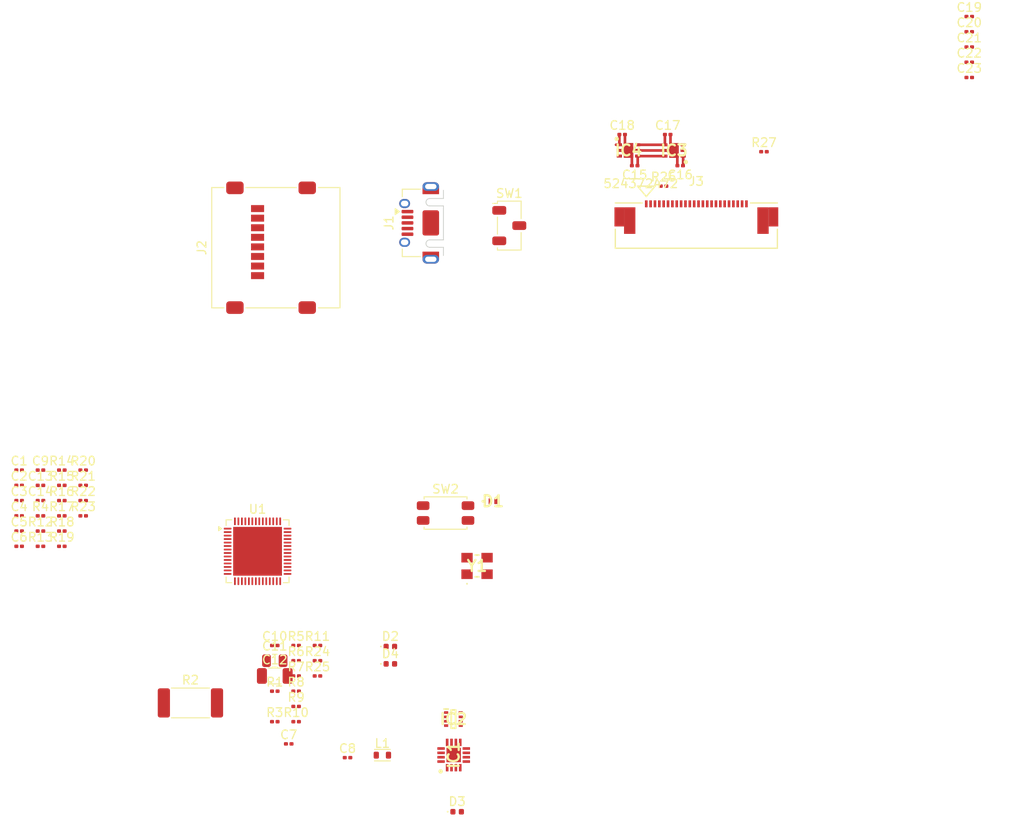
<source format=kicad_pcb>
(kicad_pcb (version 20241229) (generator "pcbnew") (generator_version "9.0")
  (layers (0 "F.Cu" signal) (4 "In1.Cu" signal) (6 "In2.Cu" signal) (2 "B.Cu" signal) (13 "F.Paste" user) (15 "B.Paste" user) (5 "F.SilkS" user "F.Silkscreen") (7 "B.SilkS" user "B.Silkscreen") (1 "F.Mask" user) (3 "B.Mask" user) (25 "Edge.Cuts" user))
  (net 0 "")
  (net 1 "+3V3")
  (net 2 "BQOUT")
  (net 3 "Net-(U1-CHIP_PU{slash}RESET)")
  (net 4 "+5V")
  (net 5 "+BATT")
  (net 6 "Net-(C13-Pad1)")
  (net 7 "XTAL_P")
  (net 8 "Net-(Y1-VDD)")
  (net 9 "Net-(D2-A)")
  (net 10 "PG")
  (net 11 "Net-(D4-A)")
  (net 12 "CHG")
  (net 13 "-BATT")
  (net 15 "USB_N")
  (net 16 "USB_P")
  (net 17 "SD_D3")
  (net 18 "SD_D0")
  (net 19 "SD_D2")
  (net 20 "SD_D1")
  (net 21 "SD_CMD")
  (net 22 "SD_CLK")
  (net 23 "Net-(Y1-OUTPUT)")
  (net 24 "Net-(R14-Pad1)")
  (net 25 "Net-(U1-GPIO46)")
  (net 26 "Net-(U1-GPIO0{slash}BOOT)")
  (net 27 "Net-(U1-GPIO45)")
  (net 34 "Net-(D3-A)")
  (net 39 "Net-(D3-K)")
  (net 42 "Net-(IC1-ILIM)")
  (net 43 "Net-(IC1-BAT_1)")
  (net 47 "Net-(IC1-ISET)")
  (net 52 "Net-(IC1-TMR)")
  (net 53 "Net-(IC1-TS)")
  (net 55 "Net-(IC1-TD)")
  (net 57 "Net-(IC2-FB{slash}VSET)")
  (net 58 "Net-(IC2-SW)")
  (net 60 "Net-(IC2-MODE{slash}S-CONF)")
  (net 69 "XMCLK")
  (net 70 "Net-(J3-Pad6)")
  (net 72 "DVP_Y2")
  (net 73 "Net-(J3-Pad8)")
  (net 74 "DVP_Y6")
  (net 75 "DVP_Y3")
  (net 76 "DVP_Y5")
  (net 77 "I2C_SDA")
  (net 78 "DVP_HREF")
  (net 79 "DVP_Y4")
  (net 80 "DVP_PCLK")
  (net 81 "DVP_Y8")
  (net 82 "DVP_Y9")
  (net 84 "DVP_VSYNC")
  (net 85 "DVP_Y7")
  (net 86 "I2C_SCL")
  (net 89 "+1V5")
  (net 90 "+2V8")
  (footprint "Resistor_SMD:R_0201_0603Metric" (layer "F.Cu") (at 57.025 98.88)
    (property "Reference" "R3" (at 0 -1.05 0) (layer "F.SilkS"))
    (property "Value" "3.05k")
    (pad "1" smd roundrect (at -0.32 0) (size 0.46 0.4) (layers "F.Cu" "F.Mask") (net 55 "Net-(IC1-TD)"))
    (pad "2" smd roundrect (at 0.32 0) (size 0.46 0.4) (layers "F.Cu" "F.Mask") (net 13 "-BATT"))
  )
  (footprint "Capacitor_SMD:C_0201_0603Metric" (layer "F.Cu") (at 27.685 69.99)
    (property "Reference" "C1" (at 0 -1.05 0) (layer "F.SilkS"))
    (property "Value" "10uF")
    (pad "1" smd roundrect (at -0.32 0) (size 0.46 0.4) (layers "F.Cu" "F.Mask") (net 4 "+5V"))
    (pad "2" smd roundrect (at 0.32 0) (size 0.46 0.4) (layers "F.Cu" "F.Mask") (net 13 "-BATT"))
  )
  (footprint "Capacitor_SMD:C_0201_0603Metric" (layer "F.Cu") (at 102.12 31.45)
    (property "Reference" "C17" (at 0 -1.05 0) (layer "F.SilkS"))
    (property "Value" "1uF")
    (pad "1" smd roundrect (at -0.32 0) (size 0.46 0.4) (layers "F.Cu" "F.Mask") (net 1 "+3V3"))
    (pad "2" smd roundrect (at 0.32 0) (size 0.46 0.4) (layers "F.Cu" "F.Mask") (net 13 "-BATT"))
  )
  (footprint "Capacitor_SMD:C_0805_2012Metric" (layer "F.Cu") (at 57.025 91.88)
    (property "Reference" "C11" (at 0 -1.68 0) (layer "F.SilkS"))
    (property "Value" "22uF/6.3V")
    (pad "1" smd roundrect (at -0.95 0) (size 1 1.45) (layers "F.Cu" "F.Mask" "F.Paste") (net 1 "+3V3"))
    (pad "2" smd roundrect (at 0.95 0) (size 1 1.45) (layers "F.Cu" "F.Mask" "F.Paste") (net 13 "-BATT"))
  )
  (footprint "Resistor_SMD:R_0201_0603Metric" (layer "F.Cu") (at 32.585 71.74)
    (property "Reference" "R15" (at 0 -1.05 0) (layer "F.SilkS"))
    (property "Value" "10k")
    (pad "1" smd roundrect (at -0.32 0) (size 0.46 0.4) (layers "F.Cu" "F.Mask") (net 1 "+3V3"))
    (pad "2" smd roundrect (at 0.32 0) (size 0.46 0.4) (layers "F.Cu" "F.Mask") (net 19 "SD_D2"))
  )
  (footprint "Resistor_SMD:R_0201_0603Metric" (layer "F.Cu") (at 61.925 91.88)
    (property "Reference" "R24" (at 0 -1.05 0) (layer "F.SilkS"))
    (property "Value" "1.5k")
    (pad "1" smd roundrect (at -0.32 0) (size 0.46 0.4) (layers "F.Cu" "F.Mask") (net 11 "Net-(D4-A)"))
    (pad "2" smd roundrect (at 0.32 0) (size 0.46 0.4) (layers "F.Cu" "F.Mask") (net 1 "+3V3"))
  )
  (footprint "Capacitor_SMD:C_0201_0603Metric" (layer "F.Cu") (at 27.685 76.99)
    (property "Reference" "C5" (at 0 -1.05 0) (layer "F.SilkS"))
    (property "Value" "0.1uF")
    (pad "1" smd roundrect (at -0.32 0) (size 0.46 0.4) (layers "F.Cu" "F.Mask") (net 1 "+3V3"))
    (pad "2" smd roundrect (at 0.32 0) (size 0.46 0.4) (layers "F.Cu" "F.Mask") (net 13 "-BATT"))
  )
  (footprint "Button_Switch_SMD:SW_SPST_EVQP2_ShortPushTravel_H2.5mm" (layer "F.Cu") (at 76.625 74.92)
    (property "Reference" "SW2" (at 0 -2.75 0) (layer "F.SilkS"))
    (property "Value" "SW_Push")
    (pad "1" smd roundrect (at -2.575 -0.85) (size 1.45 1) (layers "F.Cu" "F.Mask" "F.Paste") (net 26 "Net-(U1-GPIO0{slash}BOOT)"))
    (pad "1" smd roundrect (at 2.575 -0.85) (size 1.45 1) (layers "F.Cu" "F.Mask" "F.Paste") (net 26 "Net-(U1-GPIO0{slash}BOOT)"))
    (pad "2" smd roundrect (at -2.575 0.85) (size 1.45 1) (layers "F.Cu" "F.Mask" "F.Paste") (net 24 "Net-(R14-Pad1)"))
    (pad "2" smd roundrect (at 2.575 0.85) (size 1.45 1) (layers "F.Cu" "F.Mask" "F.Paste") (net 24 "Net-(R14-Pad1)"))
  )
  (footprint "Resistor_SMD:R_0201_0603Metric" (layer "F.Cu") (at 61.925 90.13)
    (property "Reference" "R11" (at 0 -1.05 0) (layer "F.SilkS"))
    (property "Value" "137k")
    (pad "1" smd roundrect (at -0.32 0) (size 0.46 0.4) (layers "F.Cu" "F.Mask") (net 13 "-BATT"))
    (pad "2" smd roundrect (at 0.32 0) (size 0.46 0.4) (layers "F.Cu" "F.Mask") (net 57 "Net-(IC2-FB{slash}VSET)"))
  )
  (footprint "Capacitor_SMD:C_0201_0603Metric" (layer "F.Cu") (at 58.625 101.43)
    (property "Reference" "C7" (at 0 -1.05 0) (layer "F.SilkS"))
    (property "Value" "1uF")
    (pad "1" smd roundrect (at -0.32 0) (size 0.46 0.4) (layers "F.Cu" "F.Mask") (net 5 "+BATT"))
    (pad "2" smd roundrect (at 0.32 0) (size 0.46 0.4) (layers "F.Cu" "F.Mask") (net 13 "-BATT"))
  )
  (footprint "LED_SMD:LED_0402_1005Metric" (layer "F.Cu") (at 70.29 90.25)
    (property "Reference" "D2" (at 0 -1.17 0) (layer "F.SilkS"))
    (property "Value" "LED")
    (pad "1" smd roundrect (at -0.485 0) (size 0.59 0.64) (layers "F.Cu" "F.Mask" "F.Paste") (net 12 "CHG"))
    (pad "2" smd roundrect (at 0.485 0) (size 0.59 0.64) (layers "F.Cu" "F.Mask" "F.Paste") (net 9 "Net-(D2-A)"))
  )
  (footprint "Resistor_SMD:R_0201_0603Metric" (layer "F.Cu") (at 57.025 95.38)
    (property "Reference" "R1" (at 0 -1.05 0) (layer "F.SilkS"))
    (property "Value" "10k")
    (pad "1" smd roundrect (at -0.32 0) (size 0.46 0.4) (layers "F.Cu" "F.Mask") (net 53 "Net-(IC1-TS)"))
    (pad "2" smd roundrect (at 0.32 0) (size 0.46 0.4) (layers "F.Cu" "F.Mask") (net 13 "-BATT"))
  )
  (footprint "Capacitor_SMD:C_0201_0603Metric" (layer "F.Cu") (at 30.135 73.49)
    (property "Reference" "C14" (at 0 -1.05 0) (layer "F.SilkS"))
    (property "Value" "0.1uF")
    (pad "1" smd roundrect (at -0.32 0) (size 0.46 0.4) (layers "F.Cu" "F.Mask") (net 8 "Net-(Y1-VDD)"))
    (pad "2" smd roundrect (at 0.32 0) (size 0.46 0.4) (layers "F.Cu" "F.Mask") (net 13 "-BATT"))
  )
  (footprint "SamacSys_Parts2:SON65P200X200X80-7N" (layer "F.Cu") (at 97.625 33.275)
    (property "Reference" "IC4" (at 0 0 0) (layer "F.SilkS") (effects (font (size 1.27 1.27) (thickness 0.254))))
    (property "Value" "LP5912Q2.8DRVRQ1" (hide yes))
    (pad "1" smd rect (at -1.05 -0.65 90) (size 0.35 0.6) (layers "F.Cu" "F.Mask" "F.Paste") (net 90 "+2V8"))
    (pad "2" smd rect (at -1.05 0 90) (size 0.35 0.6) (layers "F.Cu" "F.Mask" "F.Paste"))
    (pad "3" smd rect (at -1.05 0.65 90) (size 0.35 0.6) (layers "F.Cu" "F.Mask" "F.Paste"))
    (pad "4" smd rect (at 1.05 0.65 90) (size 0.35 0.6) (layers "F.Cu" "F.Mask" "F.Paste") (net 1 "+3V3"))
    (pad "5" smd rect (at 1.05 0 90) (size 0.35 0.6) (layers "F.Cu" "F.Mask" "F.Paste") (net 13 "-BATT"))
    (pad "6" smd rect (at 1.05 -0.65 90) (size 0.35 0.6) (layers "F.Cu" "F.Mask" "F.Paste") (net 1 "+3V3"))
    (pad "7" smd rect (at 0 0) (size 1.1 1.7) (layers "F.Cu" "F.Mask" "F.Paste") (net 13 "-BATT"))
  )
  (footprint "Resistor_SMD:R_0201_0603Metric" (layer "F.Cu") (at 35.035 69.99)
    (property "Reference" "R20" (at 0 -1.05 0) (layer "F.SilkS"))
    (property "Value" "10k")
    (pad "1" smd roundrect (at -0.32 0) (size 0.46 0.4) (layers "F.Cu" "F.Mask") (net 1 "+3V3"))
    (pad "2" smd roundrect (at 0.32 0) (size 0.46 0.4) (layers "F.Cu" "F.Mask") (net 20 "SD_D1"))
  )
  (footprint "Resistor_SMD:R_0201_0603Metric" (layer "F.Cu") (at 30.135 75.24)
    (property "Reference" "R4" (at 0 -1.05 0) (layer "F.SilkS"))
    (property "Value" "10k")
    (pad "1" smd roundrect (at -0.32 0) (size 0.46 0.4) (layers "F.Cu" "F.Mask") (net 3 "Net-(U1-CHIP_PU{slash}RESET)"))
    (pad "2" smd roundrect (at 0.32 0) (size 0.46 0.4) (layers "F.Cu" "F.Mask") (net 10 "PG"))
  )
  (footprint "Resistor_SMD:R_0201_0603Metric" (layer "F.Cu") (at 35.035 75.24)
    (property "Reference" "R23" (at 0 -1.05 0) (layer "F.SilkS"))
    (property "Value" "10k")
    (pad "1" smd roundrect (at -0.32 0) (size 0.46 0.4) (layers "F.Cu" "F.Mask") (net 27 "Net-(U1-GPIO45)"))
    (pad "2" smd roundrect (at 0.32 0) (size 0.46 0.4) (layers "F.Cu" "F.Mask") (net 13 "-BATT"))
  )
  (footprint "Inductor_SMD:L_TDK_MLZ1608" (layer "F.Cu") (at 69.375 102.725)
    (property "Reference" "L1" (at 0 -1.35 0) (layer "F.SilkS"))
    (property "Value" "2.2uH")
    (pad "1" smd roundrect (at -0.7 0) (size 0.6 0.8) (layers "F.Cu" "F.Mask" "F.Paste") (net 1 "+3V3"))
    (pad "2" smd roundrect (at 0.7 0) (size 0.6 0.8) (layers "F.Cu" "F.Mask" "F.Paste") (net 58 "Net-(IC2-SW)"))
  )
  (footprint "SamacSys_Parts2:SP0402BELC01ETG" (layer "F.Cu") (at 82.07 73.565)
    (property "Reference" "D1" (at 0 0 0) (layer "F.SilkS") (effects (font (size 1.27 1.27) (thickness 0.254))))
    (property "Value" "SP0402B-ELC-01ETG" (hide yes))
    (pad "1" smd rect (at -0.325 0) (size 0.35 0.65) (layers "F.Cu" "F.Mask" "F.Paste") (net 13 "-BATT"))
    (pad "2" smd rect (at 0.325 0) (size 0.35 0.65) (layers "F.Cu" "F.Mask" "F.Paste") (net 4 "+5V"))
  )
  (footprint "Resistor_SMD:R_0201_0603Metric" (layer "F.Cu") (at 101.645 37.375)
    (property "Reference" "R26" (at 0 -1.05 0) (layer "F.SilkS"))
    (property "Value" "10K(1%)")
    (pad "1" smd roundrect (at -0.32 0) (size 0.46 0.4) (layers "F.Cu" "F.Mask") (net 90 "+2V8"))
    (pad "2" smd roundrect (at 0.32 0) (size 0.46 0.4) (layers "F.Cu" "F.Mask") (net 70 "Net-(J3-Pad6)"))
  )
  (footprint "Connector_Card:microSD_HC_Molex_47219-2001" (layer "F.Cu") (at 57.15 44.45 90)
    (property "Reference" "J2" (at 0 -8.5 90) (layer "F.SilkS"))
    (property "Value" "Micro_SD_Card")
    (pad "1" smd rect (at -3.205 -2.1 90) (size 0.8 1.5) (layers "F.Cu" "F.Mask" "F.Paste") (net 19 "SD_D2"))
    (pad "2" smd rect (at -2.105 -2.1 90) (size 0.8 1.5) (layers "F.Cu" "F.Mask" "F.Paste") (net 17 "SD_D3"))
    (pad "3" smd rect (at -1.005 -2.1 90) (size 0.8 1.5) (layers "F.Cu" "F.Mask" "F.Paste") (net 21 "SD_CMD"))
    (pad "4" smd rect (at 0.095 -2.1 90) (size 0.8 1.5) (layers "F.Cu" "F.Mask" "F.Paste") (net 1 "+3V3"))
    (pad "5" smd rect (at 1.195 -2.1 90) (size 0.8 1.5) (layers "F.Cu" "F.Mask" "F.Paste") (net 22 "SD_CLK"))
    (pad "6" smd rect (at 2.295 -2.1 90) (size 0.8 1.5) (layers "F.Cu" "F.Mask" "F.Paste") (net 13 "-BATT"))
    (pad "7" smd rect (at 3.395 -2.1 90) (size 0.8 1.5) (layers "F.Cu" "F.Mask" "F.Paste") (net 18 "SD_D0"))
    (pad "8" smd rect (at 4.495 -2.1 90) (size 0.8 1.5) (layers "F.Cu" "F.Mask" "F.Paste") (net 20 "SD_D1"))
    (pad "9" smd roundrect (at -6.875 -4.7 90) (size 1.45 2) (layers "F.Cu" "F.Mask" "F.Paste") (net 13 "-BATT"))
    (pad "9" smd roundrect (at -6.875 3.6 90) (size 1.45 2) (layers "F.Cu" "F.Mask" "F.Paste") (net 13 "-BATT"))
    (pad "9" smd roundrect (at 6.875 -4.7 90) (size 1.45 2) (layers "F.Cu" "F.Mask" "F.Paste") (net 13 "-BATT"))
    (pad "9" smd roundrect (at 6.875 3.6 90) (size 1.45 2) (layers "F.Cu" "F.Mask" "F.Paste") (net 13 "-BATT"))
  )
  (footprint "Capacitor_SMD:C_0201_0603Metric" (layer "F.Cu") (at 136.73 19.65)
    (property "Reference" "C20" (at 0 -1.05 0) (layer "F.SilkS"))
    (property "Value" "4.7uF/10V(10%)")
    (pad "1" smd roundrect (at -0.32 0) (size 0.46 0.4) (layers "F.Cu" "F.Mask") (net 90 "+2V8"))
    (pad "2" smd roundrect (at 0.32 0) (size 0.46 0.4) (layers "F.Cu" "F.Mask") (net 13 "-BATT"))
  )
  (footprint "Connector_USB:USB_Micro-AB_Molex_47590-0001" (layer "F.Cu") (at 75.28 41.6 90)
    (property "Reference" "J1" (at 0 -5.15 90) (layer "F.SilkS"))
    (property "Value" "USB_B_Micro")
    (fp_line (start 2.8 -0.475) (end 2.8 1.1) (stroke (width 0.1)) (layer "Edge.Cuts"))
    (fp_line (start 1.95 -0.475) (end 1.95 1.1) (stroke (width 0.1)) (layer "Edge.Cuts"))
    (fp_line (start -1.95 -0.475) (end -1.95 1.1) (stroke (width 0.1)) (layer "Edge.Cuts"))
    (fp_line (start -2.8 -0.475) (end -2.8 1.1) (stroke (width 0.1)) (layer "Edge.Cuts"))
    (fp_line (start 2.8 1.1) (end 3.75 1.1) (stroke (width 0.1)) (layer "Edge.Cuts"))
    (fp_line (start -1.95 1.1) (end 1.95 1.1) (stroke (width 0.1)) (layer "Edge.Cuts"))
    (fp_line (start -3.75 1.1) (end -2.8 1.1) (stroke (width 0.1)) (layer "Edge.Cuts"))
    (fp_arc (start 1.95 -0.475) (mid 2.375 -0.9) (end 2.8 -0.475) (stroke (width 0.1)) (layer "Edge.Cuts"))
    (fp_arc (start -2.8 -0.475) (mid -2.375 -0.9) (end -1.95 -0.475) (stroke (width 0.1)) (layer "Edge.Cuts"))
    (pad "1" smd roundrect (at 1.3 -3.025 90) (size 0.4 1.35) (layers "F.Cu" "F.Mask" "F.Paste") (net 4 "+5V"))
    (pad "2" smd roundrect (at 0.65 -3.025 90) (size 0.4 1.35) (layers "F.Cu" "F.Mask" "F.Paste") (net 15 "USB_N"))
    (pad "3" smd roundrect (at 0 -3.025 90) (size 0.4 1.35) (layers "F.Cu" "F.Mask" "F.Paste") (net 16 "USB_P"))
    (pad "4" smd roundrect (at -0.65 -3.025 90) (size 0.4 1.35) (layers "F.Cu" "F.Mask" "F.Paste"))
    (pad "5" smd roundrect (at -1.3 -3.025 90) (size 0.4 1.35) (layers "F.Cu" "F.Mask" "F.Paste") (net 13 "-BATT"))
    (pad "6" thru_hole oval (at -4.175 -0.35 90) (size 1 1.9) (drill oval 0.6 1.3) (property pad_prop_heatsink) (layers "*.Cu" "*.Mask") (net 13 "-BATT"))
    (pad "6" smd rect (at -3.7375 -0.35 90) (size 0.875 1.9) (layers "F.Cu" "F.Mask") (net 13 "-BATT"))
    (pad "6" thru_hole oval (at -2.225 -3.35 90) (size 1.05 1.25) (drill oval 0.65 0.85) (property pad_prop_heatsink) (layers "*.Cu" "*.Mask") (net 13 "-BATT"))
    (pad "6" smd roundrect (at 0 -0.35 90) (size 2.9 1.9) (layers "F.Cu" "F.Mask" "F.Paste") (roundrect_rratio 0.1315789474) (net 13 "-BATT"))
    (pad "6" thru_hole oval (at 2.225 -3.35 90) (size 1.05 1.25) (drill oval 0.65 0.85) (property pad_prop_heatsink) (layers "*.Cu" "*.Mask") (net 13 "-BATT"))
    (pad "6" smd rect (at 3.7375 -0.35 90) (size 0.875 1.9) (layers "F.Cu" "F.Mask") (net 13 "-BATT"))
    (pad "6" thru_hole oval (at 4.175 -0.35 90) (size 1 1.9) (drill oval 0.6 1.3) (property pad_prop_heatsink) (layers "*.Cu" "*.Mask") (net 13 "-BATT"))
  )
  (footprint "Capacitor_SMD:C_0201_0603Metric" (layer "F.Cu") (at 96.895 31.45)
    (property "Reference" "C18" (at 0 -1.05 0) (layer "F.SilkS"))
    (property "Value" "1uF")
    (pad "1" smd roundrect (at -0.32 0) (size 0.46 0.4) (layers "F.Cu" "F.Mask") (net 90 "+2V8"))
    (pad "2" smd roundrect (at 0.32 0) (size 0.46 0.4) (layers "F.Cu" "F.Mask") (net 13 "-BATT"))
  )
  (footprint "SamacSys_Parts2:QFN50P300X300X100-17N-D" (layer "F.Cu") (at 77.56 102.71 90)
    (property "Reference" "IC1" (at 0 0 90) (layer "F.SilkS") (effects (font (size 1.27 1.27) (thickness 0.254))))
    (property "Value" "BQ24074RGTR" (hide yes))
    (pad "1" smd rect (at -1.45 -0.75 180) (size 0.3 0.85) (layers "F.Cu" "F.Mask" "F.Paste") (net 53 "Net-(IC1-TS)"))
    (pad "2" smd rect (at -1.45 -0.25 180) (size 0.3 0.85) (layers "F.Cu" "F.Mask" "F.Paste") (net 43 "Net-(IC1-BAT_1)"))
    (pad "3" smd rect (at -1.45 0.25 180) (size 0.3 0.85) (layers "F.Cu" "F.Mask" "F.Paste") (net 43 "Net-(IC1-BAT_1)"))
    (pad "4" smd rect (at -1.45 0.75 180) (size 0.3 0.85) (layers "F.Cu" "F.Mask" "F.Paste") (net 13 "-BATT"))
    (pad "5" smd rect (at -0.75 1.45 90) (size 0.3 0.85) (layers "F.Cu" "F.Mask" "F.Paste") (net 2 "BQOUT"))
    (pad "6" smd rect (at -0.25 1.45 90) (size 0.3 0.85) (layers "F.Cu" "F.Mask" "F.Paste") (net 13 "-BATT"))
    (pad "7" smd rect (at 0.25 1.45 90) (size 0.3 0.85) (layers "F.Cu" "F.Mask" "F.Paste") (net 39 "Net-(D3-K)"))
    (pad "8" smd rect (at 0.75 1.45 90) (size 0.3 0.85) (layers "F.Cu" "F.Mask" "F.Paste") (net 13 "-BATT"))
    (pad "9" smd rect (at 1.45 0.75 180) (size 0.3 0.85) (layers "F.Cu" "F.Mask" "F.Paste") (net 12 "CHG"))
    (pad "10" smd rect (at 1.45 0.25 180) (size 0.3 0.85) (layers "F.Cu" "F.Mask" "F.Paste") (net 2 "BQOUT"))
    (pad "11" smd rect (at 1.45 -0.25 180) (size 0.3 0.85) (layers "F.Cu" "F.Mask" "F.Paste") (net 2 "BQOUT"))
    (pad "12" smd rect (at 1.45 -0.75 180) (size 0.3 0.85) (layers "F.Cu" "F.Mask" "F.Paste") (net 42 "Net-(IC1-ILIM)"))
    (pad "13" smd rect (at 0.75 -1.45 90) (size 0.3 0.85) (layers "F.Cu" "F.Mask" "F.Paste") (net 4 "+5V"))
    (pad "14" smd rect (at 0.25 -1.45 90) (size 0.3 0.85) (layers "F.Cu" "F.Mask" "F.Paste") (net 52 "Net-(IC1-TMR)"))
    (pad "15" smd rect (at -0.25 -1.45 90) (size 0.3 0.85) (layers "F.Cu" "F.Mask" "F.Paste") (net 55 "Net-(IC1-TD)"))
    (pad "16" smd rect (at -0.75 -1.45 90) (size 0.3 0.85) (layers "F.Cu" "F.Mask" "F.Paste") (net 47 "Net-(IC1-ISET)"))
    (pad "17" smd rect (at 0 0 90) (size 1.65 1.65) (layers "F.Cu" "F.Mask" "F.Paste") (net 13 "-BATT"))
  )
  (footprint "Resistor_SMD:R_0201_0603Metric" (layer "F.Cu") (at 32.585 73.49)
    (property "Reference" "R16" (at 0 -1.05 0) (layer "F.SilkS"))
    (property "Value" "10k")
    (pad "1" smd roundrect (at -0.32 0) (size 0.46 0.4) (layers "F.Cu" "F.Mask") (net 1 "+3V3"))
    (pad "2" smd roundrect (at 0.32 0) (size 0.46 0.4) (layers "F.Cu" "F.Mask") (net 17 "SD_D3"))
  )
  (footprint "Capacitor_SMD:C_0201_0603Metric" (layer "F.Cu") (at 27.685 78.74)
    (property "Reference" "C6" (at 0 -1.05 0) (layer "F.SilkS"))
    (property "Value" "10uF")
    (pad "1" smd roundrect (at -0.32 0) (size 0.46 0.4) (layers "F.Cu" "F.Mask") (net 1 "+3V3"))
    (pad "2" smd roundrect (at 0.32 0) (size 0.46 0.4) (layers "F.Cu" "F.Mask") (net 13 "-BATT"))
  )
  (footprint "Capacitor_SMD:C_0201_0603Metric" (layer "F.Cu") (at 136.73 21.4)
    (property "Reference" "C21" (at 0 -1.05 0) (layer "F.SilkS"))
    (property "Value" "0.1uF/10V(10%)")
    (pad "1" smd roundrect (at -0.32 0) (size 0.46 0.4) (layers "F.Cu" "F.Mask") (net 90 "+2V8"))
    (pad "2" smd roundrect (at 0.32 0) (size 0.46 0.4) (layers "F.Cu" "F.Mask") (net 13 "-BATT"))
  )
  (footprint "Capacitor_SMD:C_0201_0603Metric" (layer "F.Cu") (at 57.025 90.13)
    (property "Reference" "C10" (at 0 -1.05 0) (layer "F.SilkS"))
    (property "Value" "4.7uF")
    (pad "1" smd roundrect (at -0.32 0) (size 0.46 0.4) (layers "F.Cu" "F.Mask") (net 2 "BQOUT"))
    (pad "2" smd roundrect (at 0.32 0) (size 0.46 0.4) (layers "F.Cu" "F.Mask") (net 13 "-BATT"))
  )
  (footprint "Capacitor_SMD:C_0201_0603Metric" (layer "F.Cu") (at 27.685 75.24)
    (property "Reference" "C4" (at 0 -1.05 0) (layer "F.SilkS"))
    (property "Value" "1uF")
    (pad "1" smd roundrect (at -0.32 0) (size 0.46 0.4) (layers "F.Cu" "F.Mask") (net 1 "+3V3"))
    (pad "2" smd roundrect (at 0.32 0) (size 0.46 0.4) (layers "F.Cu" "F.Mask") (net 13 "-BATT"))
  )
  (footprint "Resistor_SMD:R_0201_0603Metric" (layer "F.Cu") (at 32.585 75.24)
    (property "Reference" "R17" (at 0 -1.05 0) (layer "F.SilkS"))
    (property "Value" "10k")
    (pad "1" smd roundrect (at -0.32 0) (size 0.46 0.4) (layers "F.Cu" "F.Mask") (net 1 "+3V3"))
    (pad "2" smd roundrect (at 0.32 0) (size 0.46 0.4) (layers "F.Cu" "F.Mask") (net 21 "SD_CMD"))
  )
  (footprint "Package_DFN_QFN:QFN-56-1EP_7x7mm_P0.4mm_EP5.6x5.6mm" (layer "F.Cu") (at 55.05 79.31)
    (property "Reference" "U1" (at 0 -4.83 0) (layer "F.SilkS"))
    (property "Value" "ESP32-S3FN8")
    (pad "1" smd roundrect (at -3.4375 -2.6) (size 0.875 0.2) (layers "F.Cu" "F.Mask" "F.Paste"))
    (pad "2" smd roundrect (at -3.4375 -2.2) (size 0.875 0.2) (layers "F.Cu" "F.Mask" "F.Paste") (net 1 "+3V3"))
    (pad "3" smd roundrect (at -3.4375 -1.8) (size 0.875 0.2) (layers "F.Cu" "F.Mask" "F.Paste") (net 1 "+3V3"))
    (pad "4" smd roundrect (at -3.4375 -1.4) (size 0.875 0.2) (layers "F.Cu" "F.Mask" "F.Paste") (net 3 "Net-(U1-CHIP_PU{slash}RESET)"))
    (pad "5" smd roundrect (at -3.4375 -1) (size 0.875 0.2) (layers "F.Cu" "F.Mask" "F.Paste") (net 26 "Net-(U1-GPIO0{slash}BOOT)"))
    (pad "6" smd roundrect (at -3.4375 -0.6) (size 0.875 0.2) (layers "F.Cu" "F.Mask" "F.Paste"))
    (pad "7" smd roundrect (at -3.4375 -0.2) (size 0.875 0.2) (layers "F.Cu" "F.Mask" "F.Paste"))
    (pad "8" smd roundrect (at -3.4375 0.2) (size 0.875 0.2) (layers "F.Cu" "F.Mask" "F.Paste"))
    (pad "9" smd roundrect (at -3.4375 0.6) (size 0.875 0.2) (layers "F.Cu" "F.Mask" "F.Paste") (net 77 "I2C_SDA"))
    (pad "10" smd roundrect (at -3.4375 1) (size 0.875 0.2) (layers "F.Cu" "F.Mask" "F.Paste") (net 86 "I2C_SCL"))
    (pad "11" smd roundrect (at -3.4375 1.4) (size 0.875 0.2) (layers "F.Cu" "F.Mask" "F.Paste") (net 84 "DVP_VSYNC"))
    (pad "12" smd roundrect (at -3.4375 1.8) (size 0.875 0.2) (layers "F.Cu" "F.Mask" "F.Paste") (net 78 "DVP_HREF"))
    (pad "13" smd roundrect (at -3.4375 2.2) (size 0.875 0.2) (layers "F.Cu" "F.Mask" "F.Paste") (net 79 "DVP_Y4"))
    (pad "14" smd roundrect (at -3.4375 2.6) (size 0.875 0.2) (layers "F.Cu" "F.Mask" "F.Paste") (net 75 "DVP_Y3"))
    (pad "15" smd roundrect (at -2.6 3.4375) (size 0.2 0.875) (layers "F.Cu" "F.Mask" "F.Paste") (net 76 "DVP_Y5"))
    (pad "16" smd roundrect (at -2.2 3.4375) (size 0.2 0.875) (layers "F.Cu" "F.Mask" "F.Paste") (net 72 "DVP_Y2"))
    (pad "17" smd roundrect (at -1.8 3.4375) (size 0.2 0.875) (layers "F.Cu" "F.Mask" "F.Paste") (net 74 "DVP_Y6"))
    (pad "18" smd roundrect (at -1.4 3.4375) (size 0.2 0.875) (layers "F.Cu" "F.Mask" "F.Paste") (net 80 "DVP_PCLK"))
    (pad "19" smd roundrect (at -1 3.4375) (size 0.2 0.875) (layers "F.Cu" "F.Mask" "F.Paste"))
    (pad "20" smd roundrect (at -0.6 3.4375) (size 0.2 0.875) (layers "F.Cu" "F.Mask" "F.Paste") (net 1 "+3V3"))
    (pad "21" smd roundrect (at -0.2 3.4375) (size 0.2 0.875) (layers "F.Cu" "F.Mask" "F.Paste") (net 69 "XMCLK"))
    (pad "22" smd roundrect (at 0.2 3.4375) (size 0.2 0.875) (layers "F.Cu" "F.Mask" "F.Paste") (net 82 "DVP_Y9"))
    (pad "23" smd roundrect (at 0.6 3.4375) (size 0.2 0.875) (layers "F.Cu" "F.Mask" "F.Paste") (net 81 "DVP_Y8"))
    (pad "24" smd roundrect (at 1 3.4375) (size 0.2 0.875) (layers "F.Cu" "F.Mask" "F.Paste") (net 85 "DVP_Y7"))
    (pad "25" smd roundrect (at 1.4 3.4375) (size 0.2 0.875) (layers "F.Cu" "F.Mask" "F.Paste") (net 15 "USB_N"))
    (pad "26" smd roundrect (at 1.8 3.4375) (size 0.2 0.875) (layers "F.Cu" "F.Mask" "F.Paste") (net 16 "USB_P"))
    (pad "27" smd roundrect (at 2.2 3.4375) (size 0.2 0.875) (layers "F.Cu" "F.Mask" "F.Paste"))
    (pad "28" smd roundrect (at 2.6 3.4375) (size 0.2 0.875) (layers "F.Cu" "F.Mask" "F.Paste"))
    (pad "29" smd roundrect (at 3.4375 2.6) (size 0.875 0.2) (layers "F.Cu" "F.Mask" "F.Paste"))
    (pad "30" smd roundrect (at 3.4375 2.2) (size 0.875 0.2) (layers "F.Cu" "F.Mask" "F.Paste"))
    (pad "31" smd roundrect (at 3.4375 1.8) (size 0.875 0.2) (layers "F.Cu" "F.Mask" "F.Paste"))
    (pad "32" smd roundrect (at 3.4375 1.4) (size 0.875 0.2) (layers "F.Cu" "F.Mask" "F.Paste"))
    (pad "33" smd roundrect (at 3.4375 1) (size 0.875 0.2) (layers "F.Cu" "F.Mask" "F.Paste"))
    (pad "34" smd roundrect (at 3.4375 0.6) (size 0.875 0.2) (layers "F.Cu" "F.Mask" "F.Paste"))
    (pad "35" smd roundrect (at 3.4375 0.2) (size 0.875 0.2) (layers "F.Cu" "F.Mask" "F.Paste"))
    (pad "36" smd roundrect (at 3.4375 -0.2) (size 0.875 0.2) (layers "F.Cu" "F.Mask" "F.Paste"))
    (pad "37" smd roundrect (at 3.4375 -0.6) (size 0.875 0.2) (layers "F.Cu" "F.Mask" "F.Paste"))
    (pad "38" smd roundrect (at 3.4375 -1) (size 0.875 0.2) (layers "F.Cu" "F.Mask" "F.Paste") (net 19 "SD_D2"))
    (pad "39" smd roundrect (at 3.4375 -1.4) (size 0.875 0.2) (layers "F.Cu" "F.Mask" "F.Paste") (net 17 "SD_D3"))
    (pad "40" smd roundrect (at 3.4375 -1.8) (size 0.875 0.2) (layers "F.Cu" "F.Mask" "F.Paste") (net 21 "SD_CMD"))
    (pad "41" smd roundrect (at 3.4375 -2.2) (size 0.875 0.2) (layers "F.Cu" "F.Mask" "F.Paste") (net 22 "SD_CLK"))
    (pad "42" smd roundrect (at 3.4375 -2.6) (size 0.875 0.2) (layers "F.Cu" "F.Mask" "F.Paste") (net 18 "SD_D0"))
    (pad "43" smd roundrect (at 2.6 -3.4375) (size 0.2 0.875) (layers "F.Cu" "F.Mask" "F.Paste") (net 20 "SD_D1"))
    (pad "44" smd roundrect (at 2.2 -3.4375) (size 0.2 0.875) (layers "F.Cu" "F.Mask" "F.Paste"))
    (pad "45" smd roundrect (at 1.8 -3.4375) (size 0.2 0.875) (layers "F.Cu" "F.Mask" "F.Paste"))
    (pad "46" smd roundrect (at 1.4 -3.4375) (size 0.2 0.875) (layers "F.Cu" "F.Mask" "F.Paste") (net 1 "+3V3"))
    (pad "47" smd roundrect (at 1 -3.4375) (size 0.2 0.875) (layers "F.Cu" "F.Mask" "F.Paste"))
    (pad "48" smd roundrect (at 0.6 -3.4375) (size 0.2 0.875) (layers "F.Cu" "F.Mask" "F.Paste"))
    (pad "49" smd roundrect (at 0.2 -3.4375) (size 0.2 0.875) (layers "F.Cu" "F.Mask" "F.Paste"))
    (pad "50" smd roundrect (at -0.2 -3.4375) (size 0.2 0.875) (layers "F.Cu" "F.Mask" "F.Paste"))
    (pad "51" smd roundrect (at -0.6 -3.4375) (size 0.2 0.875) (layers "F.Cu" "F.Mask" "F.Paste") (net 27 "Net-(U1-GPIO45)"))
    (pad "52" smd roundrect (at -1 -3.4375) (size 0.2 0.875) (layers "F.Cu" "F.Mask" "F.Paste") (net 25 "Net-(U1-GPIO46)"))
    (pad "53" smd roundrect (at -1.4 -3.4375) (size 0.2 0.875) (layers "F.Cu" "F.Mask" "F.Paste"))
    (pad "54" smd roundrect (at -1.8 -3.4375) (size 0.2 0.875) (layers "F.Cu" "F.Mask" "F.Paste") (net 7 "XTAL_P"))
    (pad "55" smd roundrect (at -2.2 -3.4375) (size 0.2 0.875) (layers "F.Cu" "F.Mask" "F.Paste"))
    (pad "56" smd roundrect (at -2.6 -3.4375) (size 0.2 0.875) (layers "F.Cu" "F.Mask" "F.Paste"))
    (pad "57" smd rect (at 0 0) (size 5.6 5.6) (property pad_prop_heatsink) (layers "F.Cu" "F.Mask") (net 13 "-BATT"))
  )
  (footprint "Capacitor_SMD:C_0201_0603Metric" (layer "F.Cu") (at 136.73 24.9)
    (property "Reference" "C23" (at 0 -1.05 0) (layer "F.SilkS"))
    (property "Value" "0.1uF/10V(10%)")
    (pad "1" smd roundrect (at -0.32 0) (size 0.46 0.4) (layers "F.Cu" "F.Mask") (net 89 "+1V5"))
    (pad "2" smd roundrect (at 0.32 0) (size 0.46 0.4) (layers "F.Cu" "F.Mask") (net 13 "-BATT"))
  )
  (footprint "Capacitor_SMD:C_0201_0603Metric" (layer "F.Cu") (at 103.555 35.025 180)
    (property "Reference" "C16" (at 0 -1.05 0) (layer "F.SilkS"))
    (property "Value" "1uF")
    (pad "1" smd roundrect (at -0.32 0 180) (size 0.46 0.4) (layers "F.Cu" "F.Mask") (net 89 "+1V5"))
    (pad "2" smd roundrect (at 0.32 0 180) (size 0.46 0.4) (layers "F.Cu" "F.Mask") (net 13 "-BATT"))
  )
  (footprint "LED_SMD:LED_0402_1005Metric" (layer "F.Cu") (at 77.955 109.22)
    (property "Reference" "D3" (at 0 -1.17 0) (layer "F.SilkS"))
    (property "Value" "LED")
    (pad "1" smd roundrect (at -0.485 0) (size 0.59 0.64) (layers "F.Cu" "F.Mask" "F.Paste") (net 39 "Net-(D3-K)"))
    (pad "2" smd roundrect (at 0.485 0) (size 0.59 0.64) (layers "F.Cu" "F.Mask" "F.Paste") (net 34 "Net-(D3-A)"))
  )
  (footprint "Resistor_SMD:R_0201_0603Metric" (layer "F.Cu") (at 59.475 95.38)
    (property "Reference" "R8" (at 0 -1.05 0) (layer "F.SilkS"))
    (property "Value" "3.44k")
    (pad "1" smd roundrect (at -0.32 0) (size 0.46 0.4) (layers "F.Cu" "F.Mask") (net 42 "Net-(IC1-ILIM)"))
    (pad "2" smd roundrect (at 0.32 0) (size 0.46 0.4) (layers "F.Cu" "F.Mask") (net 13 "-BATT"))
  )
  (footprint "Button_Switch_SMD:Nidec_Copal_CAS-120A" (layer "F.Cu") (at 83.94 41.91)
    (property "Reference" "SW1" (at 0 -3.7 0) (layer "F.SilkS"))
    (property "Value" "SW_Nidec_CAS-120A1")
    (pad "1" smd roundrect (at -1.15 -1.75 270) (size 1 1.6) (layers "F.Cu" "F.Mask" "F.Paste"))
    (pad "2" smd roundrect (at 1.15 0 270) (size 1 1.6) (layers "F.Cu" "F.Mask" "F.Paste") (net 5 "+BATT"))
    (pad "3" smd roundrect (at -1.15 1.75 270) (size 1 1.6) (layers "F.Cu" "F.Mask" "F.Paste") (net 43 "Net-(IC1-BAT_1)"))
  )
  (footprint "Capacitor_SMD:C_0201_0603Metric" (layer "F.Cu") (at 65.375 103.01)
    (property "Reference" "C8" (at 0 -1.05 0) (layer "F.SilkS"))
    (property "Value" "1uF")
    (pad "1" smd roundrect (at -0.32 0) (size 0.46 0.4) (layers "F.Cu" "F.Mask") (net 4 "+5V"))
    (pad "2" smd roundrect (at 0.32 0) (size 0.46 0.4) (layers "F.Cu" "F.Mask") (net 13 "-BATT"))
  )
  (footprint "SamacSys_Parts2:ECS2532HS4003GTR" (layer "F.Cu") (at 80.24 80.995)
    (property "Reference" "Y1" (at 0 0 0) (layer "F.SilkS") (effects (font (size 1.27 1.27) (thickness 0.254))))
    (property "Value" "ECS-2532HS-400-3-G-TR" (hide yes))
    (pad "1" smd rect (at -1.15 0.95 90) (size 1.1 1.3) (layers "F.Cu" "F.Mask" "F.Paste"))
    (pad "2" smd rect (at 1.15 0.95 90) (size 1.1 1.3) (layers "F.Cu" "F.Mask" "F.Paste") (net 13 "-BATT"))
    (pad "3" smd rect (at 1.15 -0.95 90) (size 1.1 1.3) (layers "F.Cu" "F.Mask" "F.Paste") (net 23 "Net-(Y1-OUTPUT)"))
    (pad "4" smd rect (at -1.15 -0.95 90) (size 1.1 1.3) (layers "F.Cu" "F.Mask" "F.Paste") (net 8 "Net-(Y1-VDD)"))
  )
  (footprint "Resistor_SMD:R_0201_0603Metric" (layer "F.Cu") (at 30.135 78.74)
    (property "Reference" "R13" (at 0 -1.05 0) (layer "F.SilkS"))
    (property "Value" "0")
    (pad "1" smd roundrect (at -0.32 0) (size 0.46 0.4) (layers "F.Cu" "F.Mask") (net 6 "Net-(C13-Pad1)"))
    (pad "2" smd roundrect (at 0.32 0) (size 0.46 0.4) (layers "F.Cu" "F.Mask") (net 23 "Net-(Y1-OUTPUT)"))
  )
  (footprint "Capacitor_SMD:C_1206_3216Metric" (layer "F.Cu") (at 57.025 93.63)
    (property "Reference" "C12" (at 0 -1.85 0) (layer "F.SilkS"))
    (property "Value" "4.7uF/25V")
    (pad "1" smd roundrect (at -1.475 0) (size 1.15 1.8) (layers "F.Cu" "F.Mask" "F.Paste") (roundrect_rratio 0.217391) (net 2 "BQOUT"))
    (pad "2" smd roundrect (at 1.475 0) (size 1.15 1.8) (layers "F.Cu" "F.Mask" "F.Paste") (roundrect_rratio 0.217391) (net 13 "-BATT"))
  )
  (footprint "Resistor_SMD:R_2512_6332Metric_Pad1.40x3.35mm_HandSolder" (layer "F.Cu") (at 47.345 96.725)
    (property "Reference" "R2" (at 0 -2.63 0) (layer "F.SilkS"))
    (property "Value" "BATT_CON")
    (pad "1" smd roundrect (at -3.05 0) (size 1.4 3.35) (layers "F.Cu" "F.Mask" "F.Paste") (roundrect_rratio 0.178571) (net 5 "+BATT"))
    (pad "2" smd roundrect (at 3.05 0) (size 1.4 3.35) (layers "F.Cu" "F.Mask" "F.Paste") (roundrect_rratio 0.178571) (net 13 "-BATT"))
  )
  (footprint "Resistor_SMD:R_0201_0603Metric" (layer "F.Cu") (at 59.475 97.13)
    (property "Reference" "R9" (at 0 -1.05 0) (layer "F.SilkS"))
    (property "Value" "1.5k")
    (pad "1" smd roundrect (at -0.32 0) (size 0.46 0.4) (layers "F.Cu" "F.Mask") (net 34 "Net-(D3-A)"))
    (pad "2" smd roundrect (at 0.32 0) (size 0.46 0.4) (layers "F.Cu" "F.Mask") (net 2 "BQOUT"))
  )
  (footprint "Capacitor_SMD:C_0201_0603Metric" (layer "F.Cu") (at 27.685 71.74)
    (property "Reference" "C2" (at 0 -1.05 0) (layer "F.SilkS"))
    (property "Value" "0.1uF")
    (pad "1" smd roundrect (at -0.32 0) (size 0.46 0.4) (layers "F.Cu" "F.Mask") (net 1 "+3V3"))
    (pad "2" smd roundrect (at 0.32 0) (size 0.46 0.4) (layers "F.Cu" "F.Mask") (net 13 "-BATT"))
  )
  (footprint "Capacitor_SMD:C_0201_0603Metric" (layer "F.Cu") (at 30.135 71.74)
    (property "Reference" "C13" (at 0 -1.05 0) (layer "F.SilkS"))
    (property "Value" "1nF")
    (pad "1" smd roundrect (at -0.32 0) (size 0.46 0.4) (layers "F.Cu" "F.Mask") (net 6 "Net-(C13-Pad1)"))
    (pad "2" smd roundrect (at 0.32 0) (size 0.46 0.4) (layers "F.Cu" "F.Mask") (net 7 "XTAL_P"))
  )
  (footprint "footprints:CON_524372472_MOL" (layer "F.Cu") (at 105.41 41.91)
    (property "Reference" "J3" (at 0 -5.08 0) (layer "F.SilkS"))
    (property "Value" "524372472")
    (fp_poly (pts (xy -8.29999 -2.1) (xy -9.39999 -2.1) (xy -9.39999 0.1) (xy -8.29999 0.1)) (fill yes) (layer "F.Cu"))
    (fp_poly (pts (xy 8.29999 -2.1) (xy 9.39999 -2.1) (xy 9.39999 0.1) (xy 8.29999 0.1)) (fill yes) (layer "F.Cu"))
    (fp_text user "524372472" (at -6.375 -4.82 0) (layer "F.SilkS"))
    (pad "1" smd rect (at -5.749988 -2.5) (size 0.3 0.8) (layers "F.Cu" "F.Mask" "F.Paste"))
    (pad "2" smd rect (at -5.24999 -2.5) (size 0.3 0.8) (layers "F.Cu" "F.Mask" "F.Paste") (net 13 "-BATT"))
    (pad "3" smd rect (at -4.749988 -2.5) (size 0.3 0.8) (layers "F.Cu" "F.Mask" "F.Paste") (net 77 "I2C_SDA"))
    (pad "4" smd rect (at -4.249989 -2.5) (size 0.3 0.8) (layers "F.Cu" "F.Mask" "F.Paste") (net 90 "+2V8"))
    (pad "5" smd rect (at -3.749987 -2.5) (size 0.3 0.8) (layers "F.Cu" "F.Mask" "F.Paste") (net 86 "I2C_SCL"))
    (pad "6" smd rect (at -3.249988 -2.5) (size 0.3 0.8) (layers "F.Cu" "F.Mask" "F.Paste") (net 70 "Net-(J3-Pad6)"))
    (pad "7" smd rect (at -2.749989 -2.5) (size 0.3 0.8) (layers "F.Cu" "F.Mask" "F.Paste") (net 84 "DVP_VSYNC"))
    (pad "8" smd rect (at -2.249988 -2.5) (size 0.3 0.8) (layers "F.Cu" "F.Mask" "F.Paste") (net 73 "Net-(J3-Pad8)"))
    (pad "9" smd rect (at -1.749989 -2.5) (size 0.3 0.8) (layers "F.Cu" "F.Mask" "F.Paste") (net 78 "DVP_HREF"))
    (pad "10" smd rect (at -1.249987 -2.5) (size 0.3 0.8) (layers "F.Cu" "F.Mask" "F.Paste") (net 89 "+1V5"))
    (pad "11" smd rect (at -0.749988 -2.5) (size 0.3 0.8) (layers "F.Cu" "F.Mask" "F.Paste") (net 90 "+2V8"))
    (pad "12" smd rect (at -0.249989 -2.5) (size 0.3 0.8) (layers "F.Cu" "F.Mask" "F.Paste") (net 82 "DVP_Y9"))
    (pad "13" smd rect (at 0.250012 -2.5) (size 0.3 0.8) (layers "F.Cu" "F.Mask" "F.Paste") (net 69 "XMCLK"))
    (pad "14" smd rect (at 0.750011 -2.5) (size 0.3 0.8) (layers "F.Cu" "F.Mask" "F.Paste") (net 81 "DVP_Y8"))
    (pad "15" smd rect (at 1.250013 -2.5) (size 0.3 0.8) (layers "F.Cu" "F.Mask" "F.Paste") (net 13 "-BATT"))
    (pad "16" smd rect (at 1.750012 -2.5) (size 0.3 0.8) (layers "F.Cu" "F.Mask" "F.Paste") (net 85 "DVP_Y7"))
    (pad "17" smd rect (at 2.250011 -2.5) (size 0.3 0.8) (layers "F.Cu" "F.Mask" "F.Paste") (net 80 "DVP_PCLK"))
    (pad "18" smd rect (at 2.750012 -2.5) (size 0.3 0.8) (layers "F.Cu" "F.Mask" "F.Paste") (net 74 "DVP_Y6"))
    (pad "19" smd rect (at 3.250011 -2.5) (size 0.3 0.8) (layers "F.Cu" "F.Mask" "F.Paste") (net 72 "DVP_Y2"))
    (pad "20" smd rect (at 3.75001 -2.5) (size 0.3 0.8) (layers "F.Cu" "F.Mask" "F.Paste") (net 76 "DVP_Y5"))
    (pad "21" smd rect (at 4.250012 -2.5) (size 0.3 0.8) (layers "F.Cu" "F.Mask" "F.Paste") (net 75 "DVP_Y3"))
    (pad "22" smd rect (at 4.750011 -2.5) (size 0.3 0.8) (layers "F.Cu" "F.Mask" "F.Paste") (net 79 "DVP_Y4"))
    (pad "23" smd rect (at 5.250012 -2.5) (size 0.3 0.8) (layers "F.Cu" "F.Mask" "F.Paste"))
    (pad "24" smd rect (at 5.750011 -2.5) (size 0.3 0.8) (layers "F.Cu" "F.Mask" "F.Paste"))
    (pad "P1" smd rect (at -7.649989 -0.575) (size 1.3 3.049999) (layers "F.Cu" "F.Mask" "F.Paste") (net 13 "-BATT"))
    (pad "P2" smd rect (at 7.649989 -0.575) (size 1.3 3.049999) (layers "F.Cu" "F.Mask" "F.Paste") (net 13 "-BATT"))
  )
  (footprint "Resistor_SMD:R_0201_0603Metric" (layer "F.Cu") (at 32.585 69.99)
    (property "Reference" "R14" (at 0 -1.05 0) (layer "F.SilkS"))
    (property "Value" "10k")
    (pad "1" smd roundrect (at -0.32 0) (size 0.46 0.4) (layers "F.Cu" "F.Mask") (net 24 "Net-(R14-Pad1)"))
    (pad "2" smd roundrect (at 0.32 0) (size 0.46 0.4) (layers "F.Cu" "F.Mask") (net 13 "-BATT"))
  )
  (footprint "Resistor_SMD:R_0201_0603Metric" (layer "F.Cu") (at 113.17 33.425)
    (property "Reference" "R27" (at 0 -1.05 0) (layer "F.SilkS"))
    (property "Value" "10K(1%)")
    (pad "1" smd roundrect (at -0.32 0) (size 0.46 0.4) (layers "F.Cu" "F.Mask") (net 13 "-BATT"))
    (pad "2" smd roundrect (at 0.32 0) (size 0.46 0.4) (layers "F.Cu" "F.Mask") (net 73 "Net-(J3-Pad8)"))
  )
  (footprint "Resistor_SMD:R_0201_0603Metric" (layer "F.Cu") (at 35.035 73.49)
    (property "Reference" "R22" (at 0 -1.05 0) (layer "F.SilkS"))
    (property "Value" "10k")
    (pad "1" smd roundrect (at -0.32 0) (size 0.46 0.4) (layers "F.Cu" "F.Mask") (net 1 "+3V3"))
    (pad "2" smd roundrect (at 0.32 0) (size 0.46 0.4) (layers "F.Cu" "F.Mask") (net 26 "Net-(U1-GPIO0{slash}BOOT)"))
  )
  (footprint "Capacitor_SMD:C_0201_0603Metric" (layer "F.Cu") (at 98.33 35.025 180)
    (property "Reference" "C15" (at 0 -1.05 0) (layer "F.SilkS"))
    (property "Value" "1uF")
    (pad "1" smd roundrect (at -0.32 0 180) (size 0.46 0.4) (layers "F.Cu" "F.Mask") (net 1 "+3V3"))
    (pad "2" smd roundrect (at 0.32 0 180) (size 0.46 0.4) (layers "F.Cu" "F.Mask") (net 13 "-BATT"))
  )
  (footprint "SamacSys_Parts2:SON65P200X200X80-7N" (layer "F.Cu") (at 102.845 33.28 180)
    (property "Reference" "IC3" (at 0 0 0) (layer "F.SilkS") (effects (font (size 1.27 1.27) (thickness 0.254))))
    (property "Value" "LP5912Q1.5DRVRQ1" (hide yes))
    (pad "1" smd rect (at -1.05 -0.65 270) (size 0.35 0.6) (layers "F.Cu" "F.Mask" "F.Paste") (net 89 "+1V5"))
    (pad "2" smd rect (at -1.05 0 270) (size 0.35 0.6) (layers "F.Cu" "F.Mask" "F.Paste"))
    (pad "3" smd rect (at -1.05 0.65 270) (size 0.35 0.6) (layers "F.Cu" "F.Mask" "F.Paste"))
    (pad "4" smd rect (at 1.05 0.65 270) (size 0.35 0.6) (layers "F.Cu" "F.Mask" "F.Paste") (net 1 "+3V3"))
    (pad "5" smd rect (at 1.05 0 270) (size 0.35 0.6) (layers "F.Cu" "F.Mask" "F.Paste") (net 13 "-BATT"))
    (pad "6" smd rect (at 1.05 -0.65 270) (size 0.35 0.6) (layers "F.Cu" "F.Mask" "F.Paste") (net 1 "+3V3"))
    (pad "7" smd rect (at 0 0 180) (size 1.1 1.7) (layers "F.Cu" "F.Mask" "F.Paste") (net 13 "-BATT"))
  )
  (footprint "Resistor_SMD:R_0201_0603Metric" (layer "F.Cu") (at 61.925 93.63)
    (property "Reference" "R25" (at 0 -1.05 0) (layer "F.SilkS"))
    (property "Value" "11.5k")
    (pad "1" smd roundrect (at -0.32 0) (size 0.46 0.4) (layers "F.Cu" "F.Mask") (net 13 "-BATT"))
    (pad "2" smd roundrect (at 0.32 0) (size 0.46 0.4) (layers "F.Cu" "F.Mask") (net 60 "Net-(IC2-MODE{slash}S-CONF)"))
  )
  (footprint "Resistor_SMD:R_0201_0603Metric" (layer "F.Cu") (at 30.135 76.99)
    (property "Reference" "R12" (at 0 -1.05 0) (layer "F.SilkS"))
    (property "Value" "10k")
    (pad "1" smd roundrect (at -0.32 0) (size 0.46 0.4) (layers "F.Cu" "F.Mask") (net 1 "+3V3"))
    (pad "2" smd roundrect (at 0.32 0) (size 0.46 0.4) (layers "F.Cu" "F.Mask") (net 8 "Net-(Y1-VDD)"))
  )
  (footprint "Resistor_SMD:R_0201_0603Metric" (layer "F.Cu") (at 59.475 91.88)
    (property "Reference" "R6" (at 0 -1.05 0) (layer "F.SilkS"))
    (property "Value" "18k")
    (pad "1" smd roundrect (at -0.32 0) (size 0.46 0.4) (layers "F.Cu" "F.Mask") (net 13 "-BATT"))
    (pad "2" smd roundrect (at 0.32 0) (size 0.46 0.4) (layers "F.Cu" "F.Mask") (net 52 "Net-(IC1-TMR)"))
  )
  (footprint "Resistor_SMD:R_0201_0603Metric" (layer "F.Cu") (at 32.585 78.74)
    (property "Reference" "R19" (at 0 -1.05 0) (layer "F.SilkS"))
    (property "Value" "10k")
    (pad "1" smd roundrect (at -0.32 0) (size 0.46 0.4) (layers "F.Cu" "F.Mask") (net 1 "+3V3"))
    (pad "2" smd roundrect (at 0.32 0) (size 0.46 0.4) (layers "F.Cu" "F.Mask") (net 18 "SD_D0"))
  )
  (footprint "SamacSys_Parts2:SOTFL50P160X60-8N" (layer "F.Cu") (at 77.53 98.58)
    (property "Reference" "IC2" (at 0 0 0) (layer "F.SilkS") (effects (font (size 1.27 1.27) (thickness 0.254))))
    (property "Value" "TPS629206QDRLRQ1" (hide yes))
    (pad "1" smd rect (at -0.838 -0.75 90) (size 0.3 0.475) (layers "F.Cu" "F.Mask" "F.Paste") (net 57 "Net-(IC2-FB{slash}VSET)"))
    (pad "2" smd rect (at -0.838 -0.25 90) (size 0.3 0.475) (layers "F.Cu" "F.Mask" "F.Paste") (net 10 "PG"))
    (pad "3" smd rect (at -0.838 0.25 90) (size 0.3 0.475) (layers "F.Cu" "F.Mask" "F.Paste") (net 1 "+3V3"))
    (pad "4" smd rect (at -0.838 0.75 90) (size 0.3 0.475) (layers "F.Cu" "F.Mask" "F.Paste") (net 58 "Net-(IC2-SW)"))
    (pad "5" smd rect (at 0.838 0.75 90) (size 0.3 0.475) (layers "F.Cu" "F.Mask" "F.Paste") (net 13 "-BATT"))
    (pad "6" smd rect (at 0.838 0.25 90) (size 0.3 0.475) (layers "F.Cu" "F.Mask" "F.Paste") (net 2 "BQOUT"))
    (pad "7" smd rect (at 0.838 -0.25 90) (size 0.3 0.475) (layers "F.Cu" "F.Mask" "F.Paste") (net 2 "BQOUT"))
    (pad "8" smd rect (at 0.838 -0.75 90) (size 0.3 0.475) (layers "F.Cu" "F.Mask" "F.Paste") (net 60 "Net-(IC2-MODE{slash}S-CONF)"))
  )
  (footprint "Capacitor_SMD:C_0201_0603Metric" (layer "F.Cu") (at 30.135 69.99)
    (property "Reference" "C9" (at 0 -1.05 0) (layer "F.SilkS"))
    (property "Value" "1uF")
    (pad "1" smd roundrect (at -0.32 0) (size 0.46 0.4) (layers "F.Cu" "F.Mask") (net 3 "Net-(U1-CHIP_PU{slash}RESET)"))
    (pad "2" smd roundrect (at 0.32 0) (size 0.46 0.4) (layers "F.Cu" "F.Mask") (net 13 "-BATT"))
  )
  (footprint "Resistor_SMD:R_0201_0603Metric" (layer "F.Cu") (at 32.585 76.99)
    (property "Reference" "R18" (at 0 -1.05 0) (layer "F.SilkS"))
    (property "Value" "10k")
    (pad "1" smd roundrect (at -0.32 0) (size 0.46 0.4) (layers "F.Cu" "F.Mask") (net 1 "+3V3"))
    (pad "2" smd roundrect (at 0.32 0) (size 0.46 0.4) (layers "F.Cu" "F.Mask") (net 22 "SD_CLK"))
  )
  (footprint "LED_SMD:LED_0402_1005Metric" (layer "F.Cu") (at 70.29 92.24)
    (property "Reference" "D4" (at 0 -1.17 0) (layer "F.SilkS"))
    (property "Value" "LED")
    (pad "1" smd roundrect (at -0.485 0) (size 0.59 0.64) (layers "F.Cu" "F.Mask" "F.Paste") (net 10 "PG"))
    (pad "2" smd roundrect (at 0.485 0) (size 0.59 0.64) (layers "F.Cu" "F.Mask" "F.Paste") (net 11 "Net-(D4-A)"))
  )
  (footprint "Resistor_SMD:R_0201_0603Metric" (layer "F.Cu") (at 59.475 98.88)
    (property "Reference" "R10" (at 0 -1.05 0) (layer "F.SilkS"))
    (property "Value" "619k")
    (pad "1" smd roundrect (at -0.32 0) (size 0.46 0.4) (layers "F.Cu" "F.Mask") (net 57 "Net-(IC2-FB{slash}VSET)"))
    (pad "2" smd roundrect (at 0.32 0) (size 0.46 0.4) (layers "F.Cu" "F.Mask") (net 1 "+3V3"))
  )
  (footprint "Capacitor_SMD:C_0201_0603Metric" (layer "F.Cu") (at 27.685 73.49)
    (property "Reference" "C3" (at 0 -1.05 0) (layer "F.SilkS"))
    (property "Value" "0.1uF")
    (pad "1" smd roundrect (at -0.32 0) (size 0.46 0.4) (layers "F.Cu" "F.Mask") (net 1 "+3V3"))
    (pad "2" smd roundrect (at 0.32 0) (size 0.46 0.4) (layers "F.Cu" "F.Mask") (net 13 "-BATT"))
  )
  (footprint "Capacitor_SMD:C_0201_0603Metric" (layer "F.Cu") (at 136.73 17.9)
    (property "Reference" "C19" (at 0 -1.05 0) (layer "F.SilkS"))
    (property "Value" "4.7uF/10V(10%)")
    (pad "1" smd roundrect (at -0.32 0) (size 0.46 0.4) (layers "F.Cu" "F.Mask") (net 90 "+2V8"))
    (pad "2" smd roundrect (at 0.32 0) (size 0.46 0.4) (layers "F.Cu" "F.Mask") (net 13 "-BATT"))
  )
  (footprint "Resistor_SMD:R_0201_0603Metric" (layer "F.Cu") (at 59.475 93.63)
    (property "Reference" "R7" (at 0 -1.05 0) (layer "F.SilkS"))
    (property "Value" "1.5k")
    (pad "1" smd roundrect (at -0.32 0) (size 0.46 0.4) (layers "F.Cu" "F.Mask") (net 9 "Net-(D2-A)"))
    (pad "2" smd roundrect (at 0.32 0) (size 0.46 0.4) (layers "F.Cu" "F.Mask") (net 2 "BQOUT"))
  )
  (footprint "Resistor_SMD:R_0201_0603Metric" (layer "F.Cu") (at 59.475 90.13)
    (property "Reference" "R5" (at 0 -1.05 0) (layer "F.SilkS"))
    (property "Value" "1.78k")
    (pad "1" smd roundrect (at -0.32 0) (size 0.46 0.4) (layers "F.Cu" "F.Mask") (net 47 "Net-(IC1-ISET)"))
    (pad "2" smd roundrect (at 0.32 0) (size 0.46 0.4) (layers "F.Cu" "F.Mask") (net 13 "-BATT"))
  )
  (footprint "Capacitor_SMD:C_0201_0603Metric" (layer "F.Cu") (at 136.73 23.15)
    (property "Reference" "C22" (at 0 -1.05 0) (layer "F.SilkS"))
    (property "Value" "4.7uF/10V(10%)")
    (pad "1" smd roundrect (at -0.32 0) (size 0.46 0.4) (layers "F.Cu" "F.Mask") (net 89 "+1V5"))
    (pad "2" smd roundrect (at 0.32 0) (size 0.46 0.4) (layers "F.Cu" "F.Mask") (net 13 "-BATT"))
  )
  (footprint "Resistor_SMD:R_0201_0603Metric" (layer "F.Cu") (at 35.035 71.74)
    (property "Reference" "R21" (at 0 -1.05 0) (layer "F.SilkS"))
    (property "Value" "10k")
    (pad "1" smd roundrect (at -0.32 0) (size 0.46 0.4) (layers "F.Cu" "F.Mask") (net 25 "Net-(U1-GPIO46)"))
    (pad "2" smd roundrect (at 0.32 0) (size 0.46 0.4) (layers "F.Cu" "F.Mask") (net 13 "-BATT"))
  )
  (segment (start 98.68 33.93) (end 98.68 34.995) (width 0.3048) (layer "F.Cu") (net 1))
  (segment (start 101.8 31.45) (end 101.8 32.625) (width 0.3048) (layer "F.Cu") (net 1))
  (segment (start 101.795 33.93) (end 98.68 33.93) (width 0.3048) (layer "F.Cu") (net 1))
  (segment (start 98.68 34.995) (end 98.65 35.025) (width 0.1524) (layer "F.Cu") (net 1))
  (segment (start 101.8 32.625) (end 101.795 32.63) (width 0.1524) (layer "F.Cu") (net 1))
  (segment (start 98.68 32.63) (end 98.675 32.625) (width 0.1524) (layer "F.Cu") (net 1))
  (segment (start 98.68 33.93) (end 98.675 33.925) (width 0.1524) (layer "F.Cu") (net 1))
  (segment (start 101.795 32.63) (end 98.68 32.63) (width 0.3048) (layer "F.Cu") (net 1))
  (segment (start 98.68 33.28) (end 98.675 33.275) (width 0.3048) (layer "F.Cu") (net 13))
  (segment (start 97.215 31.45) (end 97.215 32.865) (width 0.3048) (layer "F.Cu") (net 13))
  (segment (start 103.225 33.66) (end 103.225 35.015) (width 0.3048) (layer "F.Cu") (net 13))
  (segment (start 102.845 33.28) (end 103.225 33.66) (width 0.3048) (layer "F.Cu") (net 13))
  (segment (start 102.44 31.45) (end 102.44 32.875) (width 0.3048) (layer "F.Cu") (net 13))
  (segment (start 98.01 35.025) (end 98.01 33.66) (width 0.3048) (layer "F.Cu") (net 13))
  (segment (start 101.795 33.28) (end 102.845 33.28) (width 0.3048) (layer "F.Cu") (net 13))
  (segment (start 97.215 32.865) (end 97.625 33.275) (width 0.1524) (layer "F.Cu") (net 13))
  (segment (start 101.795 33.28) (end 98.68 33.28) (width 0.3048) (layer "F.Cu") (net 13))
  (segment (start 98.675 33.275) (end 97.625 33.275) (width 0.3048) (layer "F.Cu") (net 13))
  (segment (start 103.225 35.015) (end 103.235 35.025) (width 0.3048) (layer "F.Cu") (net 13))
  (segment (start 98.01 33.66) (end 97.625 33.275) (width 0.1524) (layer "F.Cu") (net 13))
  (segment (start 102.44 32.875) (end 102.845 33.28) (width 0.1524) (layer "F.Cu") (net 13))
  (segment (start 103.895 33.93) (end 103.895 35.005) (width 0.3048) (layer "F.Cu") (net 89))
  (segment (start 96.575 31.45) (end 96.575 32.625) (width 0.3048) (layer "F.Cu") (net 90))
  (segment (start 96.575 32.625) (end 96.1892 32.625) (width 0.3048) (layer "F.Cu") (net 90))
)
</source>
